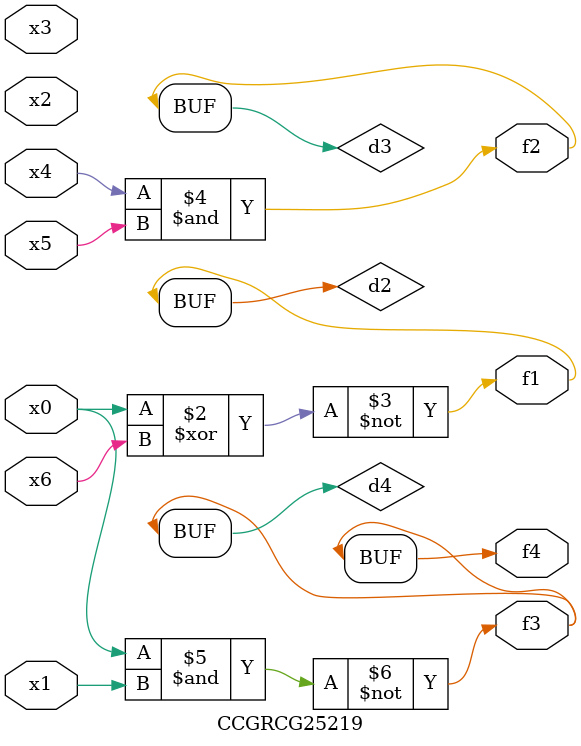
<source format=v>
module CCGRCG25219(
	input x0, x1, x2, x3, x4, x5, x6,
	output f1, f2, f3, f4
);

	wire d1, d2, d3, d4;

	nor (d1, x0);
	xnor (d2, x0, x6);
	and (d3, x4, x5);
	nand (d4, x0, x1);
	assign f1 = d2;
	assign f2 = d3;
	assign f3 = d4;
	assign f4 = d4;
endmodule

</source>
